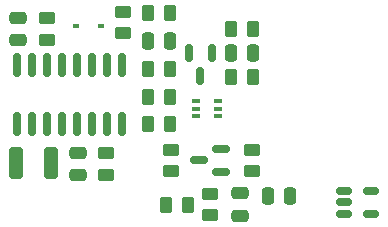
<source format=gbp>
G04 #@! TF.GenerationSoftware,KiCad,Pcbnew,5.99.0-unknown-50e22de3ba~95~ubuntu20.04.1*
G04 #@! TF.CreationDate,2021-01-23T19:03:27+09:00*
G04 #@! TF.ProjectId,OpenRover-4,4f70656e-526f-4766-9572-2d342e6b6963,rev?*
G04 #@! TF.SameCoordinates,Original*
G04 #@! TF.FileFunction,Paste,Bot*
G04 #@! TF.FilePolarity,Positive*
%FSLAX46Y46*%
G04 Gerber Fmt 4.6, Leading zero omitted, Abs format (unit mm)*
G04 Created by KiCad (PCBNEW 5.99.0-unknown-50e22de3ba~95~ubuntu20.04.1) date 2021-01-23 19:03:27*
%MOMM*%
%LPD*%
G01*
G04 APERTURE LIST*
G04 Aperture macros list*
%AMRoundRect*
0 Rectangle with rounded corners*
0 $1 Rounding radius*
0 $2 $3 $4 $5 $6 $7 $8 $9 X,Y pos of 4 corners*
0 Add a 4 corners polygon primitive as box body*
4,1,4,$2,$3,$4,$5,$6,$7,$8,$9,$2,$3,0*
0 Add four circle primitives for the rounded corners*
1,1,$1+$1,$2,$3*
1,1,$1+$1,$4,$5*
1,1,$1+$1,$6,$7*
1,1,$1+$1,$8,$9*
0 Add four rect primitives between the rounded corners*
20,1,$1+$1,$2,$3,$4,$5,0*
20,1,$1+$1,$4,$5,$6,$7,0*
20,1,$1+$1,$6,$7,$8,$9,0*
20,1,$1+$1,$8,$9,$2,$3,0*%
G04 Aperture macros list end*
%ADD10RoundRect,0.250000X-0.262500X-0.450000X0.262500X-0.450000X0.262500X0.450000X-0.262500X0.450000X0*%
%ADD11RoundRect,0.250000X0.450000X-0.262500X0.450000X0.262500X-0.450000X0.262500X-0.450000X-0.262500X0*%
%ADD12R,0.650000X0.400000*%
%ADD13RoundRect,0.250000X-0.475000X0.250000X-0.475000X-0.250000X0.475000X-0.250000X0.475000X0.250000X0*%
%ADD14RoundRect,0.250000X-0.250000X-0.475000X0.250000X-0.475000X0.250000X0.475000X-0.250000X0.475000X0*%
%ADD15RoundRect,0.150000X-0.512500X-0.150000X0.512500X-0.150000X0.512500X0.150000X-0.512500X0.150000X0*%
%ADD16RoundRect,0.250000X0.475000X-0.250000X0.475000X0.250000X-0.475000X0.250000X-0.475000X-0.250000X0*%
%ADD17RoundRect,0.150000X-0.150000X0.587500X-0.150000X-0.587500X0.150000X-0.587500X0.150000X0.587500X0*%
%ADD18RoundRect,0.250000X0.262500X0.450000X-0.262500X0.450000X-0.262500X-0.450000X0.262500X-0.450000X0*%
%ADD19RoundRect,0.150000X-0.150000X0.825000X-0.150000X-0.825000X0.150000X-0.825000X0.150000X0.825000X0*%
%ADD20R,0.600000X0.450000*%
%ADD21RoundRect,0.250000X0.250000X0.475000X-0.250000X0.475000X-0.250000X-0.475000X0.250000X-0.475000X0*%
%ADD22RoundRect,0.150000X0.587500X0.150000X-0.587500X0.150000X-0.587500X-0.150000X0.587500X-0.150000X0*%
%ADD23RoundRect,0.250000X-0.325000X-1.100000X0.325000X-1.100000X0.325000X1.100000X-0.325000X1.100000X0*%
%ADD24RoundRect,0.250000X-0.450000X0.262500X-0.450000X-0.262500X0.450000X-0.262500X0.450000X0.262500X0*%
G04 APERTURE END LIST*
D10*
X141073500Y-74930000D03*
X142898500Y-74930000D03*
D11*
X135946000Y-72334000D03*
X135946000Y-70509000D03*
D12*
X145450000Y-66100000D03*
X145450000Y-66750000D03*
X145450000Y-67400000D03*
X143550000Y-67400000D03*
X143550000Y-66750000D03*
X143550000Y-66100000D03*
D10*
X139549500Y-65737500D03*
X141374500Y-65737500D03*
D13*
X133570000Y-70491500D03*
X133570000Y-72391500D03*
D14*
X146550000Y-62000000D03*
X148450000Y-62000000D03*
D11*
X131000000Y-60912500D03*
X131000000Y-59087500D03*
X144765000Y-75764000D03*
X144765000Y-73939000D03*
D15*
X156112500Y-75626000D03*
X156112500Y-74676000D03*
X156112500Y-73726000D03*
X158387500Y-73726000D03*
X158387500Y-75626000D03*
D16*
X147320000Y-75801500D03*
X147320000Y-73901500D03*
D11*
X148336000Y-72032500D03*
X148336000Y-70207500D03*
D17*
X143000000Y-62062500D03*
X144900000Y-62062500D03*
X143950000Y-63937500D03*
D18*
X141374500Y-63403000D03*
X139549500Y-63403000D03*
D14*
X149672000Y-74168000D03*
X151572000Y-74168000D03*
D18*
X148387500Y-64050000D03*
X146562500Y-64050000D03*
D11*
X137414000Y-60348500D03*
X137414000Y-58523500D03*
D10*
X139549500Y-58674000D03*
X141374500Y-58674000D03*
D19*
X128397000Y-63057000D03*
X129667000Y-63057000D03*
X130937000Y-63057000D03*
X132207000Y-63057000D03*
X133477000Y-63057000D03*
X134747000Y-63057000D03*
X136017000Y-63057000D03*
X137287000Y-63057000D03*
X137287000Y-68007000D03*
X136017000Y-68007000D03*
X134747000Y-68007000D03*
X133477000Y-68007000D03*
X132207000Y-68007000D03*
X130937000Y-68007000D03*
X129667000Y-68007000D03*
X128397000Y-68007000D03*
D20*
X135560000Y-59750000D03*
X133460000Y-59750000D03*
D10*
X146587500Y-60000000D03*
X148412500Y-60000000D03*
D21*
X141412000Y-61038500D03*
X139512000Y-61038500D03*
D22*
X145717500Y-70170000D03*
X145717500Y-72070000D03*
X143842500Y-71120000D03*
D18*
X141374500Y-68072000D03*
X139549500Y-68072000D03*
D23*
X128368000Y-71341500D03*
X131318000Y-71341500D03*
D24*
X141478000Y-70207500D03*
X141478000Y-72032500D03*
D13*
X128500000Y-59050000D03*
X128500000Y-60950000D03*
M02*

</source>
